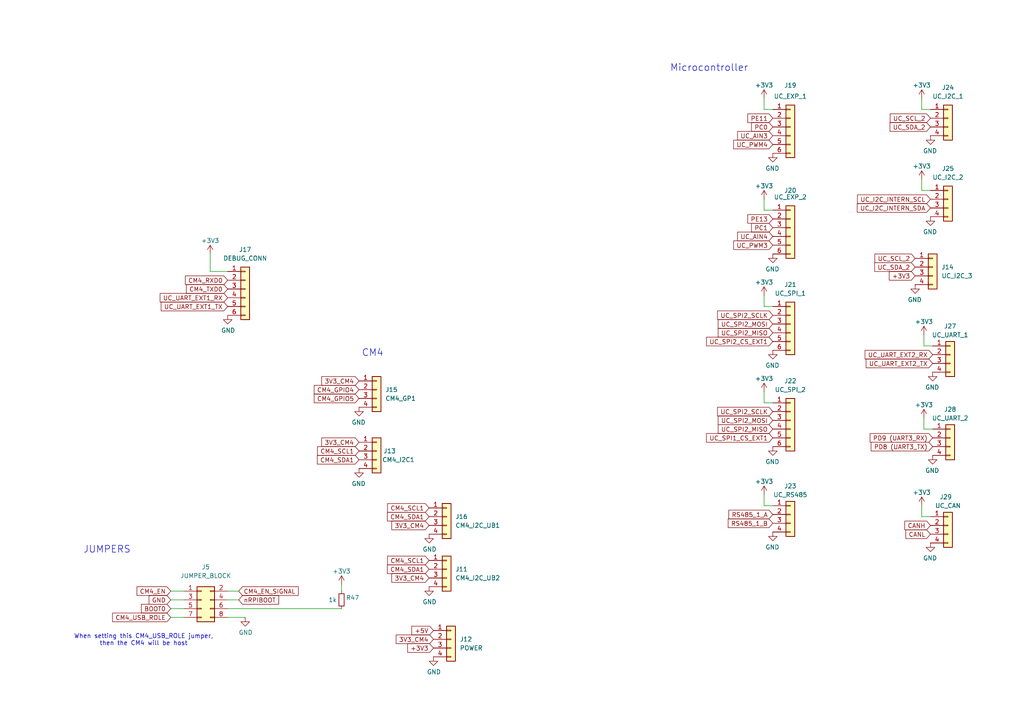
<source format=kicad_sch>
(kicad_sch (version 20231120) (generator "eeschema") (generator_version "8.0")
  (paper "A4")
  (lib_symbols
    (symbol "Conn_01x04_1" (pin_names (offset 1.016) hide)
      (property "Reference" "J16" (at 0 8.255 0))
      (property "Value" "UC_UART_2" (at 0 5.715 0))
      (symbol "Conn_01x04_1_1_1"
        (rectangle (start -1.27 -4.953) (end 0 -5.207) (stroke (width 0.1524)))
        (rectangle (start -1.27 -2.413) (end 0 -2.667) (stroke (width 0.1524)))
        (rectangle (start -1.27 0.127) (end 0 -0.127) (stroke (width 0.1524)))
        (rectangle (start -1.27 2.667) (end 0 2.413) (stroke (width 0.1524)))
        (rectangle (start -1.27 3.81) (end 1.27 -6.35) (stroke (width 0.254)) (fill (type background)))
        (pin passive line (at -5.08 2.54 0) (length 3.81) (name "Pin_1") (number "1"))
        (pin passive line (at -5.08 0 0) (length 3.81) (name "Pin_2") (number "2"))
        (pin passive line (at -5.08 -2.54 0) (length 3.81) (name "Pin_3") (number "3"))
        (pin passive line (at -5.08 -5.08 0) (length 3.81) (name "Pin_4") (number "4"))
      )
    )
    (symbol "Connector_Generic:Conn_01x04" (pin_names (offset 1.016) hide)
      (property "Reference" "J" (at 0 5.08 0))
      (property "Value" "Conn_01x04" (at 0 -7.62 0))
      (symbol "Conn_01x04_1_1"
        (rectangle (start -1.27 -4.953) (end 0 -5.207) (stroke (width 0.1524)))
        (rectangle (start -1.27 -2.413) (end 0 -2.667) (stroke (width 0.1524)))
        (rectangle (start -1.27 0.127) (end 0 -0.127) (stroke (width 0.1524)))
        (rectangle (start -1.27 2.667) (end 0 2.413) (stroke (width 0.1524)))
        (rectangle (start -1.27 3.81) (end 1.27 -6.35) (stroke (width 0.254)) (fill (type background)))
        (pin passive line (at -5.08 2.54 0) (length 3.81) (name "Pin_1") (number "1"))
        (pin passive line (at -5.08 0 0) (length 3.81) (name "Pin_2") (number "2"))
        (pin passive line (at -5.08 -2.54 0) (length 3.81) (name "Pin_3") (number "3"))
        (pin passive line (at -5.08 -5.08 0) (length 3.81) (name "Pin_4") (number "4"))
      )
    )
    (symbol "Connector_Generic:Conn_01x06" (pin_names (offset 1.016) hide)
      (property "Reference" "J" (at 0 7.62 0))
      (property "Value" "Conn_01x06" (at 0 -10.16 0))
      (symbol "Conn_01x06_1_1"
        (rectangle (start -1.27 -7.493) (end 0 -7.747) (stroke (width 0.1524)))
        (rectangle (start -1.27 -4.953) (end 0 -5.207) (stroke (width 0.1524)))
        (rectangle (start -1.27 -2.413) (end 0 -2.667) (stroke (width 0.1524)))
        (rectangle (start -1.27 0.127) (end 0 -0.127) (stroke (width 0.1524)))
        (rectangle (start -1.27 2.667) (end 0 2.413) (stroke (width 0.1524)))
        (rectangle (start -1.27 5.207) (end 0 4.953) (stroke (width 0.1524)))
        (rectangle (start -1.27 6.35) (end 1.27 -8.89) (stroke (width 0.254)) (fill (type background)))
        (pin passive line (at -5.08 5.08 0) (length 3.81) (name "Pin_1") (number "1"))
        (pin passive line (at -5.08 2.54 0) (length 3.81) (name "Pin_2") (number "2"))
        (pin passive line (at -5.08 0 0) (length 3.81) (name "Pin_3") (number "3"))
        (pin passive line (at -5.08 -2.54 0) (length 3.81) (name "Pin_4") (number "4"))
        (pin passive line (at -5.08 -5.08 0) (length 3.81) (name "Pin_5") (number "5"))
        (pin passive line (at -5.08 -7.62 0) (length 3.81) (name "Pin_6") (number "6"))
      )
    )
    (symbol "Connector_Generic:Conn_02x04_Odd_Even" (pin_names (offset 1.016) hide)
      (property "Reference" "J" (at 1.27 5.08 0))
      (property "Value" "Conn_02x04_Odd_Even" (at 1.27 -7.62 0))
      (symbol "Conn_02x04_Odd_Even_1_1"
        (rectangle (start -1.27 -4.953) (end 0 -5.207) (stroke (width 0.1524)))
        (rectangle (start -1.27 -2.413) (end 0 -2.667) (stroke (width 0.1524)))
        (rectangle (start -1.27 0.127) (end 0 -0.127) (stroke (width 0.1524)))
        (rectangle (start -1.27 2.667) (end 0 2.413) (stroke (width 0.1524)))
        (rectangle (start -1.27 3.81) (end 3.81 -6.35) (stroke (width 0.254)) (fill (type background)))
        (rectangle (start 3.81 -4.953) (end 2.54 -5.207) (stroke (width 0.1524)))
        (rectangle (start 3.81 -2.413) (end 2.54 -2.667) (stroke (width 0.1524)))
        (rectangle (start 3.81 0.127) (end 2.54 -0.127) (stroke (width 0.1524)))
        (rectangle (start 3.81 2.667) (end 2.54 2.413) (stroke (width 0.1524)))
        (pin passive line (at -5.08 2.54 0) (length 3.81) (name "Pin_1") (number "1"))
        (pin passive line (at 7.62 2.54 180) (length 3.81) (name "Pin_2") (number "2"))
        (pin passive line (at -5.08 0 0) (length 3.81) (name "Pin_3") (number "3"))
        (pin passive line (at 7.62 0 180) (length 3.81) (name "Pin_4") (number "4"))
        (pin passive line (at -5.08 -2.54 0) (length 3.81) (name "Pin_5") (number "5"))
        (pin passive line (at 7.62 -2.54 180) (length 3.81) (name "Pin_6") (number "6"))
        (pin passive line (at -5.08 -5.08 0) (length 3.81) (name "Pin_7") (number "7"))
        (pin passive line (at 7.62 -5.08 180) (length 3.81) (name "Pin_8") (number "8"))
      )
    )
    (symbol "Device:R_Small" (pin_numbers hide) (pin_names (offset 0.254) hide)
      (property "Reference" "R" (at 0.762 0.508 0))
      (property "Value" "R_Small" (at 0.762 -1.016 0))
      (symbol "R_Small_0_1"
        (rectangle (start -0.762 1.778) (end 0.762 -1.778) (stroke (width 0.2032)))
      )
      (symbol "R_Small_1_1"
        (pin passive line (at 0 2.54 270) (length 0.762) (name "~") (number "1"))
        (pin passive line (at 0 -2.54 90) (length 0.762) (name "~") (number "2"))
      )
    )
    (symbol "power:+3V3" (power) (pin_names (offset 0))
      (property "Value" "+3V3" (at 0 3.556 0))
      (symbol "+3V3_0_1"
        (polyline (pts (xy -0.762 1.27) (xy 0 2.54)))
        (polyline (pts (xy 0 0) (xy 0 2.54)))
        (polyline (pts (xy 0 2.54) (xy 0.762 1.27)))
      )
      (symbol "+3V3_1_1"
        (pin power_in line (at 0 0 90) (length 0) hide (name "+3V3") (number "1"))
      )
    )
    (symbol "power:GND" (power) (pin_names (offset 0))
      (property "Value" "GND" (at 0 -3.81 0))
      (symbol "GND_0_1"
        (polyline (pts (xy 0 0) (xy 0 -1.27) (xy 1.27 -1.27) (xy 0 -2.54) (xy -1.27 -1.27) (xy 0 -1.27)))
      )
      (symbol "GND_1_1"
        (pin power_in line (at 0 0 270) (length 0) hide (name "GND") (number "1"))
      )
    )
  )
  (wire (pts (xy 267.97 97.155) (xy 267.97 100.33)))
  (wire (pts (xy 221.615 57.785) (xy 221.615 60.96)))
  (wire (pts (xy 267.335 55.245) (xy 269.875 55.245)))
  (wire (pts (xy 267.335 31.75) (xy 269.875 31.75)))
  (wire (pts (xy 221.615 60.96) (xy 224.155 60.96)))
  (wire (pts (xy 221.615 116.84) (xy 224.155 116.84)))
  (wire (pts (xy 221.615 113.665) (xy 221.615 116.84)))
  (wire (pts (xy 221.615 85.725) (xy 221.615 88.9)))
  (wire (pts (xy 221.615 143.51) (xy 221.615 146.685)))
  (wire (pts (xy 66.04 179.07) (xy 71.12 179.07)))
  (wire (pts (xy 66.04 171.45) (xy 69.215 171.45)))
  (wire (pts (xy 267.335 28.575) (xy 267.335 31.75)))
  (wire (pts (xy 49.53 173.99) (xy 53.34 173.99)))
  (wire (pts (xy 49.53 176.53) (xy 53.34 176.53)))
  (wire (pts (xy 267.97 124.46) (xy 270.51 124.46)))
  (wire (pts (xy 221.615 146.685) (xy 224.155 146.685)))
  (wire (pts (xy 221.615 31.75) (xy 224.155 31.75)))
  (wire (pts (xy 221.615 88.9) (xy 224.155 88.9)))
  (wire (pts (xy 267.335 52.07) (xy 267.335 55.245)))
  (wire (pts (xy 60.96 78.74) (xy 66.04 78.74)))
  (wire (pts (xy 49.53 171.45) (xy 53.34 171.45)))
  (wire (pts (xy 66.04 176.53) (xy 99.06 176.53)))
  (wire (pts (xy 69.215 173.99) (xy 66.04 173.99)))
  (wire (pts (xy 267.97 121.285) (xy 267.97 124.46)))
  (wire (pts (xy 99.06 171.45) (xy 99.06 169.545)))
  (wire (pts (xy 267.335 149.86) (xy 269.875 149.86)))
  (wire (pts (xy 221.615 28.575) (xy 221.615 31.75)))
  (wire (pts (xy 267.335 146.685) (xy 267.335 149.86)))
  (wire (pts (xy 60.96 73.66) (xy 60.96 78.74)))
  (wire (pts (xy 267.97 100.33) (xy 270.51 100.33)))
  (wire (pts (xy 49.53 179.07) (xy 53.34 179.07)))
  (text "When setting this CM4_USB_ROLE jumper,\nthen the CM4 will be host" (at 41.656 185.674 0) (effects (font (size 1.27 1.27))))
  (text "JUMPERS" (at 24.13 160.655 0) (effects (font (size 2 2)) (justify left bottom)))
  (text "CM4" (at 104.902 103.632 0) (effects (font (size 2 2)) (justify left bottom)))
  (text "Microcontroller" (at 194.31 20.955 0) (effects (font (size 2 2)) (justify left bottom)))
  (global_label "CM4_SDA1" (shape input) (at 124.46 165.1 180) (property "Intersheetrefs" "${INTERSHEET_REFS}" (effects (hide yes))))
  (global_label "GND" (shape input) (at 49.53 173.99 180) (property "Intersheetrefs" "${INTERSHEET_REFS}" (effects (hide yes))))
  (global_label "3V3_CM4" (shape input) (at 125.73 185.42 180) (property "Intersheetrefs" "${INTERSHEET_REFS}" (effects (hide yes))))
  (global_label "CM4_TXD0" (shape input) (at 66.04 83.82 180) (property "Intersheetrefs" "${INTERSHEET_REFS}" (effects (hide yes))))
  (global_label "+3V3" (shape input) (at 265.43 80.01 180) (property "Intersheetrefs" "${INTERSHEET_REFS}" (effects (hide yes))))
  (global_label "PE13" (shape input) (at 224.155 63.5 180) (property "Intersheetrefs" "${INTERSHEET_REFS}" (effects (hide yes))))
  (global_label "3V3_CM4" (shape input) (at 104.14 110.49 180) (property "Intersheetrefs" "${INTERSHEET_REFS}" (effects (hide yes))))
  (global_label "+3V3" (shape input) (at 125.73 187.96 180) (property "Intersheetrefs" "${INTERSHEET_REFS}" (effects (hide yes))))
  (global_label "UC_PWM3" (shape input) (at 224.155 71.12 180) (property "Intersheetrefs" "${INTERSHEET_REFS}" (effects (hide yes))))
  (global_label "UC_SPI2_CS_EXT1" (shape input) (at 224.155 99.06 180) (property "Intersheetrefs" "${INTERSHEET_REFS}" (effects (hide yes))))
  (global_label "UC_I2C_INTERN_SDA" (shape input) (at 269.875 60.325 180) (property "Intersheetrefs" "${INTERSHEET_REFS}" (effects (hide yes))))
  (global_label "PE11" (shape input) (at 224.155 34.29 180) (property "Intersheetrefs" "${INTERSHEET_REFS}" (effects (hide yes))))
  (global_label "CM4_GPIO4" (shape input) (at 104.14 113.03 180) (property "Intersheetrefs" "${INTERSHEET_REFS}" (effects (hide yes))))
  (global_label "UC_UART_EXT2_RX" (shape input) (at 270.51 102.87 180) (property "Intersheetrefs" "${INTERSHEET_REFS}" (effects (hide yes))))
  (global_label "UC_UART_EXT2_TX" (shape input) (at 270.51 105.41 180) (property "Intersheetrefs" "${INTERSHEET_REFS}" (effects (hide yes))))
  (global_label "CM4_USB_ROLE" (shape input) (at 49.53 179.07 180) (property "Intersheetrefs" "${INTERSHEET_REFS}" (effects (hide yes))))
  (global_label "UC_SPI2_MISO" (shape input) (at 224.155 124.46 180) (property "Intersheetrefs" "${INTERSHEET_REFS}" (effects (hide yes))))
  (global_label "UC_SDA_2" (shape input) (at 265.43 77.47 180) (property "Intersheetrefs" "${INTERSHEET_REFS}" (effects (hide yes))))
  (global_label "PD8 (UART3_TX)" (shape input) (at 270.51 129.54 180) (property "Intersheetrefs" "${INTERSHEET_REFS}" (effects (hide yes))))
  (global_label "UC_SPI2_MOSI" (shape input) (at 224.155 93.98 180) (property "Intersheetrefs" "${INTERSHEET_REFS}" (effects (hide yes))))
  (global_label "CANL" (shape input) (at 269.875 154.94 180) (property "Intersheetrefs" "${INTERSHEET_REFS}" (effects (hide yes))))
  (global_label "UC_SPI2_SCLK" (shape input) (at 224.155 91.44 180) (property "Intersheetrefs" "${INTERSHEET_REFS}" (effects (hide yes))))
  (global_label "nRPIBOOT" (shape input) (at 69.215 173.99 0) (property "Intersheetrefs" "${INTERSHEET_REFS}" (effects (hide yes))))
  (global_label "CM4_GPIO5" (shape input) (at 104.14 115.57 180) (property "Intersheetrefs" "${INTERSHEET_REFS}" (effects (hide yes))))
  (global_label "CM4_SDA1" (shape input) (at 124.46 149.86 180) (property "Intersheetrefs" "${INTERSHEET_REFS}" (effects (hide yes))))
  (global_label "PD9 (UART3_RX)" (shape input) (at 270.51 127 180) (property "Intersheetrefs" "${INTERSHEET_REFS}" (effects (hide yes))))
  (global_label "CM4_RXD0" (shape input) (at 66.04 81.28 180) (property "Intersheetrefs" "${INTERSHEET_REFS}" (effects (hide yes))))
  (global_label "UC_AIN3" (shape input) (at 224.155 39.37 180) (property "Intersheetrefs" "${INTERSHEET_REFS}" (effects (hide yes))))
  (global_label "CM4_SDA1" (shape input) (at 104.14 133.35 180) (property "Intersheetrefs" "${INTERSHEET_REFS}" (effects (hide yes))))
  (global_label "UC_I2C_INTERN_SCL" (shape input) (at 269.875 57.785 180) (property "Intersheetrefs" "${INTERSHEET_REFS}" (effects (hide yes))))
  (global_label "PC1" (shape input) (at 224.155 66.04 180) (property "Intersheetrefs" "${INTERSHEET_REFS}" (effects (hide yes))))
  (global_label "3V3_CM4" (shape input) (at 124.46 152.4 180) (property "Intersheetrefs" "${INTERSHEET_REFS}" (effects (hide yes))))
  (global_label "UC_SPI1_CS_EXT1" (shape input) (at 224.155 127 180) (property "Intersheetrefs" "${INTERSHEET_REFS}" (effects (hide yes))))
  (global_label "CM4_EN_SIGNAL" (shape input) (at 69.215 171.45 0) (property "Intersheetrefs" "${INTERSHEET_REFS}" (effects (hide yes))))
  (global_label "UC_SPI2_MISO" (shape input) (at 224.155 96.52 180) (property "Intersheetrefs" "${INTERSHEET_REFS}" (effects (hide yes))))
  (global_label "CM4_SCL1" (shape input) (at 124.46 147.32 180) (property "Intersheetrefs" "${INTERSHEET_REFS}" (effects (hide yes))))
  (global_label "CANH" (shape input) (at 269.875 152.4 180) (property "Intersheetrefs" "${INTERSHEET_REFS}" (effects (hide yes))))
  (global_label "UC_SPI2_MOSI" (shape input) (at 224.155 121.92 180) (property "Intersheetrefs" "${INTERSHEET_REFS}" (effects (hide yes))))
  (global_label "CM4_SCL1" (shape input) (at 104.14 130.81 180) (property "Intersheetrefs" "${INTERSHEET_REFS}" (effects (hide yes))))
  (global_label "3V3_CM4" (shape input) (at 104.14 128.27 180) (property "Intersheetrefs" "${INTERSHEET_REFS}" (effects (hide yes))))
  (global_label "PC0" (shape input) (at 224.155 36.83 180) (property "Intersheetrefs" "${INTERSHEET_REFS}" (effects (hide yes))))
  (global_label "UC_SDA_2" (shape input) (at 269.875 36.83 180) (property "Intersheetrefs" "${INTERSHEET_REFS}" (effects (hide yes))))
  (global_label "BOOT0" (shape input) (at 49.53 176.53 180) (property "Intersheetrefs" "${INTERSHEET_REFS}" (effects (hide yes))))
  (global_label "UC_SCL_2" (shape input) (at 265.43 74.93 180) (property "Intersheetrefs" "${INTERSHEET_REFS}" (effects (hide yes))))
  (global_label "+5V" (shape input) (at 125.73 182.88 180) (property "Intersheetrefs" "${INTERSHEET_REFS}" (effects (hide yes))))
  (global_label "UC_AIN4" (shape input) (at 224.155 68.58 180) (property "Intersheetrefs" "${INTERSHEET_REFS}" (effects (hide yes))))
  (global_label "RS485_1_A" (shape input) (at 224.155 149.225 180) (property "Intersheetrefs" "${INTERSHEET_REFS}" (effects (hide yes))))
  (global_label "RS485_1_B" (shape input) (at 224.155 151.765 180) (property "Intersheetrefs" "${INTERSHEET_REFS}" (effects (hide yes))))
  (global_label "UC_PWM4" (shape input) (at 224.155 41.91 180) (property "Intersheetrefs" "${INTERSHEET_REFS}" (effects (hide yes))))
  (global_label "UC_SPI2_SCLK" (shape input) (at 224.155 119.38 180) (property "Intersheetrefs" "${INTERSHEET_REFS}" (effects (hide yes))))
  (global_label "3V3_CM4" (shape input) (at 124.46 167.64 180) (property "Intersheetrefs" "${INTERSHEET_REFS}" (effects (hide yes))))
  (global_label "CM4_EN" (shape input) (at 49.53 171.45 180) (property "Intersheetrefs" "${INTERSHEET_REFS}" (effects (hide yes))))
  (global_label "UC_SCL_2" (shape input) (at 269.875 34.29 180) (property "Intersheetrefs" "${INTERSHEET_REFS}" (effects (hide yes))))
  (global_label "UC_UART_EXT1_RX" (shape input) (at 66.04 86.36 180) (property "Intersheetrefs" "${INTERSHEET_REFS}" (effects (hide yes))))
  (global_label "CM4_SCL1" (shape input) (at 124.46 162.56 180) (property "Intersheetrefs" "${INTERSHEET_REFS}" (effects (hide yes))))
  (global_label "UC_UART_EXT1_TX" (shape input) (at 66.04 88.9 180) (property "Intersheetrefs" "${INTERSHEET_REFS}" (effects (hide yes))))
  (symbol (lib_id "Connector_Generic:Conn_01x04") (at 109.22 130.81 0) (unit 1)
    (property "Reference" "J13" (at 113.03 130.81 0))
    (property "Value" "CM4_I2C1" (at 115.57 133.35 0))
    (property "Footprint" "Connector_JST:JST_GH_BM04B-GHS-TBT_1x04-1MP_P1.25mm_Vertical" (effects (hide yes)))
  )
  (symbol (lib_id "power:+3V3") (at 267.97 97.155 0) (unit 1)
    (property "Reference" "#PWR0111" (effects (hide yes)))
    (property "Value" "+3V3" (at 267.9729 93.3056 0))
  )
  (symbol (lib_id "power:GND") (at 265.43 82.55 0) (mirror y) (unit 1)
    (property "Reference" "#PWR076" (effects (hide yes)))
    (property "Value" "GND" (at 265.303 86.9442 0))
  )
  (symbol (lib_name "Conn_01x04_1") (lib_id "Connector_Generic:Conn_01x04") (at 275.59 127 0) (unit 1)
    (property "Reference" "J28" (at 275.59 118.745 0))
    (property "Value" "UC_UART_2" (at 275.59 121.285 0))
    (property "Footprint" "Connector_JST:JST_GH_BM04B-GHS-TBT_1x04-1MP_P1.25mm_Vertical" (effects (hide yes)))
  )
  (symbol (lib_id "power:GND") (at 269.875 39.37 0) (mirror y) (unit 1)
    (property "Reference" "#PWR0114" (effects (hide yes)))
    (property "Value" "GND" (at 269.748 43.7642 0))
  )
  (symbol (lib_id "power:GND") (at 270.51 107.95 0) (mirror y) (unit 1)
    (property "Reference" "#PWR0117" (effects (hide yes)))
    (property "Value" "GND" (at 270.383 112.3442 0))
  )
  (symbol (lib_id "power:GND") (at 224.155 129.54 0) (mirror y) (unit 1)
    (property "Reference" "#PWR0106" (effects (hide yes)))
    (property "Value" "GND" (at 224.028 133.9342 0))
  )
  (symbol (lib_id "Connector_Generic:Conn_01x04") (at 274.955 152.4 0) (unit 1)
    (property "Reference" "J29" (at 274.32 144.145 0))
    (property "Value" "UC_CAN" (at 274.955 146.685 0))
    (property "Footprint" "Connector_JST:JST_GH_BM04B-GHS-TBT_1x04-1MP_P1.25mm_Vertical" (effects (hide yes)))
  )
  (symbol (lib_id "power:GND") (at 269.875 157.48 0) (mirror y) (unit 1)
    (property "Reference" "#PWR0119" (effects (hide yes)))
    (property "Value" "GND" (at 269.748 161.8742 0))
  )
  (symbol (lib_id "power:GND") (at 224.155 101.6 0) (mirror y) (unit 1)
    (property "Reference" "#PWR0105" (effects (hide yes)))
    (property "Value" "GND" (at 224.028 105.9942 0))
  )
  (symbol (lib_id "Device:R_Small") (at 99.06 173.99 0) (unit 1)
    (property "Reference" "R47" (at 100.33 173.355 0) (effects (justify left)))
    (property "Value" "1k" (at 95.25 173.99 0) (effects (justify left)))
    (property "Footprint" "Resistor_SMD:R_0603_1608Metric" (effects (hide yes)))
  )
  (symbol (lib_id "Connector_Generic:Conn_01x06") (at 229.235 121.92 0) (unit 1)
    (property "Reference" "J22" (at 229.235 110.49 0))
    (property "Value" "UC_SPI_2" (at 229.235 113.03 0))
    (property "Footprint" "Connector_JST:JST_GH_BM06B-GHS-TBT_1x06-1MP_P1.25mm_Vertical" (effects (hide yes)))
  )
  (symbol (lib_id "Connector_Generic:Conn_01x04") (at 275.59 102.87 0) (unit 1)
    (property "Reference" "J27" (at 275.59 94.615 0))
    (property "Value" "UC_UART_1" (at 275.59 97.155 0))
    (property "Footprint" "Connector_JST:JST_GH_BM04B-GHS-TBT_1x04-1MP_P1.25mm_Vertical" (effects (hide yes)))
  )
  (symbol (lib_id "Connector_Generic:Conn_01x04") (at 129.54 165.1 0) (unit 1)
    (property "Reference" "J11" (at 132.08 165.0999 0) (effects (justify left)))
    (property "Value" "CM4_I2C_UB2" (at 132.08 167.6399 0) (effects (justify left)))
    (property "Footprint" "downloaded_parts:JST_SH_SM04B-SRSS-TB_1x04-1MP_P1.00mm_Horizontal" (effects (hide yes)))
  )
  (symbol (lib_id "Connector_Generic:Conn_01x04") (at 274.955 34.29 0) (unit 1)
    (property "Reference" "J24" (at 274.955 25.4 0))
    (property "Value" "UC_I2C_1" (at 274.955 27.94 0))
    (property "Footprint" "Connector_JST:JST_GH_BM04B-GHS-TBT_1x04-1MP_P1.25mm_Vertical" (effects (hide yes)))
  )
  (symbol (lib_id "power:+3V3") (at 267.97 121.285 0) (unit 1)
    (property "Reference" "#PWR0112" (effects (hide yes)))
    (property "Value" "+3V3" (at 267.9729 117.4356 0))
  )
  (symbol (lib_id "power:GND") (at 104.14 135.89 0) (mirror y) (unit 1)
    (property "Reference" "#PWR089" (effects (hide yes)))
    (property "Value" "GND" (at 104.013 140.2842 0))
  )
  (symbol (lib_id "Connector_Generic:Conn_01x06") (at 229.235 36.83 0) (unit 1)
    (property "Reference" "J19" (at 229.235 24.765 0))
    (property "Value" "UC_EXP_1" (at 229.235 27.94 0))
    (property "Footprint" "Connector_JST:JST_GH_BM06B-GHS-TBT_1x06-1MP_P1.25mm_Vertical" (effects (hide yes)))
  )
  (symbol (lib_id "power:+3V3") (at 221.615 28.575 0) (unit 1)
    (property "Reference" "#PWR098" (effects (hide yes)))
    (property "Value" "+3V3" (at 221.6179 24.7256 0))
  )
  (symbol (lib_id "power:GND") (at 270.51 132.08 0) (mirror y) (unit 1)
    (property "Reference" "#PWR0118" (effects (hide yes)))
    (property "Value" "GND" (at 270.383 136.4742 0))
  )
  (symbol (lib_id "Connector_Generic:Conn_01x04") (at 229.235 149.225 0) (unit 1)
    (property "Reference" "J23" (at 229.235 140.97 0))
    (property "Value" "UC_RS485" (at 229.235 143.51 0))
    (property "Footprint" "Connector_JST:JST_GH_BM04B-GHS-TBT_1x04-1MP_P1.25mm_Vertical" (effects (hide yes)))
  )
  (symbol (lib_id "Connector_Generic:Conn_01x04") (at 129.54 149.86 0) (unit 1)
    (property "Reference" "J16" (at 132.08 149.8599 0) (effects (justify left)))
    (property "Value" "CM4_I2C_UB1" (at 132.08 152.3999 0) (effects (justify left)))
    (property "Footprint" "downloaded_parts:JST_SH_SM04B-SRSS-TB_1x04-1MP_P1.00mm_Horizontal" (effects (hide yes)))
  )
  (symbol (lib_id "power:GND") (at 224.155 73.66 0) (mirror y) (unit 1)
    (property "Reference" "#PWR0104" (effects (hide yes)))
    (property "Value" "GND" (at 224.028 78.0542 0))
  )
  (symbol (lib_id "power:+3V3") (at 221.615 57.785 0) (unit 1)
    (property "Reference" "#PWR099" (effects (hide yes)))
    (property "Value" "+3V3" (at 221.6179 53.9356 0))
  )
  (symbol (lib_id "Connector_Generic:Conn_02x04_Odd_Even") (at 58.42 173.99 0) (unit 1)
    (property "Reference" "J5" (at 59.69 164.465 0))
    (property "Value" "JUMPER_BLOCK" (at 59.69 167.005 0))
    (property "Footprint" "Connector_PinHeader_2.54mm:PinHeader_2x04_P2.54mm_Vertical" (effects (hide yes)))
  )
  (symbol (lib_id "power:GND") (at 125.73 190.5 0) (unit 1)
    (property "Reference" "#PWR075" (effects (hide yes)))
    (property "Value" "GND" (at 125.857 194.8942 0))
  )
  (symbol (lib_id "power:+3V3") (at 221.615 113.665 0) (unit 1)
    (property "Reference" "#PWR0101" (effects (hide yes)))
    (property "Value" "+3V3" (at 221.6179 109.8156 0))
  )
  (symbol (lib_id "power:GND") (at 124.46 170.18 0) (unit 1)
    (property "Reference" "#PWR074" (effects (hide yes)))
    (property "Value" "GND" (at 124.587 174.5742 0))
  )
  (symbol (lib_id "Connector_Generic:Conn_01x06") (at 229.235 66.04 0) (unit 1)
    (property "Reference" "J20" (at 229.235 55.245 0))
    (property "Value" "UC_EXP_2" (at 229.235 57.15 0))
    (property "Footprint" "Connector_JST:JST_GH_BM06B-GHS-TBT_1x06-1MP_P1.25mm_Vertical" (effects (hide yes)))
  )
  (symbol (lib_id "power:GND") (at 104.14 118.11 0) (mirror y) (unit 1)
    (property "Reference" "#PWR092" (effects (hide yes)))
    (property "Value" "GND" (at 104.013 122.5042 0))
  )
  (symbol (lib_id "Connector_Generic:Conn_01x04") (at 109.22 113.03 0) (unit 1)
    (property "Reference" "J15" (at 111.76 113.0299 0) (effects (justify left)))
    (property "Value" "CM4_GP1" (at 111.76 115.5699 0) (effects (justify left)))
    (property "Footprint" "Connector_JST:JST_GH_BM04B-GHS-TBT_1x04-1MP_P1.25mm_Vertical" (effects (hide yes)))
  )
  (symbol (lib_id "Connector_Generic:Conn_01x04") (at 270.51 77.47 0) (unit 1)
    (property "Reference" "J14" (at 273.05 77.4699 0) (effects (justify left)))
    (property "Value" "UC_I2C_3" (at 273.05 80.0099 0) (effects (justify left)))
    (property "Footprint" "downloaded_parts:JST_SH_SM04B-SRSS-TB_1x04-1MP_P1.00mm_Horizontal" (effects (hide yes)))
  )
  (symbol (lib_id "Connector_Generic:Conn_01x06") (at 229.235 93.98 0) (unit 1)
    (property "Reference" "J21" (at 229.235 82.55 0))
    (property "Value" "UC_SPI_1" (at 229.235 85.09 0))
    (property "Footprint" "Connector_JST:JST_GH_BM06B-GHS-TBT_1x06-1MP_P1.25mm_Vertical" (effects (hide yes)))
  )
  (symbol (lib_id "power:+3V3") (at 99.06 169.545 0) (unit 1)
    (property "Reference" "#PWR093" (effects (hide yes)))
    (property "Value" "+3V3" (at 99.0629 165.6956 0))
  )
  (symbol (lib_id "Connector_Generic:Conn_01x04") (at 274.955 57.785 0) (unit 1)
    (property "Reference" "J25" (at 274.955 48.895 0))
    (property "Value" "UC_I2C_2" (at 274.955 51.435 0))
    (property "Footprint" "Connector_JST:JST_GH_BM04B-GHS-TBT_1x04-1MP_P1.25mm_Vertical" (effects (hide yes)))
  )
  (symbol (lib_id "Connector_Generic:Conn_01x04") (at 130.81 185.42 0) (unit 1)
    (property "Reference" "J12" (at 133.35 185.4199 0) (effects (justify left)))
    (property "Value" "POWER" (at 133.35 187.9599 0) (effects (justify left)))
    (property "Footprint" "downloaded_parts:JST_SH_SM04B-SRSS-TB_1x04-1MP_P1.00mm_Horizontal" (effects (hide yes)))
  )
  (symbol (lib_id "power:+3V3") (at 267.335 52.07 0) (unit 1)
    (property "Reference" "#PWR0109" (effects (hide yes)))
    (property "Value" "+3V3" (at 267.3379 48.2206 0))
  )
  (symbol (lib_id "power:+3V3") (at 221.615 143.51 0) (unit 1)
    (property "Reference" "#PWR0102" (effects (hide yes)))
    (property "Value" "+3V3" (at 221.6179 139.6606 0))
  )
  (symbol (lib_id "power:GND") (at 124.46 154.94 0) (unit 1)
    (property "Reference" "#PWR094" (effects (hide yes)))
    (property "Value" "GND" (at 124.587 159.3342 0))
  )
  (symbol (lib_id "power:GND") (at 224.155 44.45 0) (mirror y) (unit 1)
    (property "Reference" "#PWR0103" (effects (hide yes)))
    (property "Value" "GND" (at 224.028 48.8442 0))
  )
  (symbol (lib_id "power:GND") (at 66.04 91.44 0) (unit 1)
    (property "Reference" "#PWR095" (effects (hide yes)))
    (property "Value" "GND" (at 66.167 95.8342 0))
  )
  (symbol (lib_id "power:+3V3") (at 267.335 28.575 0) (unit 1)
    (property "Reference" "#PWR0108" (effects (hide yes)))
    (property "Value" "+3V3" (at 267.3379 24.7256 0))
  )
  (symbol (lib_id "Connector_Generic:Conn_01x06") (at 71.12 83.82 0) (unit 1)
    (property "Reference" "J17" (at 71.12 72.39 0))
    (property "Value" "DEBUG_CONN" (at 71.12 74.93 0))
    (property "Footprint" "Connector_JST:JST_GH_BM06B-GHS-TBT_1x06-1MP_P1.25mm_Vertical" (effects (hide yes)))
  )
  (symbol (lib_id "power:GND") (at 269.875 62.865 0) (mirror y) (unit 1)
    (property "Reference" "#PWR0115" (effects (hide yes)))
    (property "Value" "GND" (at 269.748 67.2592 0))
  )
  (symbol (lib_id "power:+3V3") (at 267.335 146.685 0) (unit 1)
    (property "Reference" "#PWR0113" (effects (hide yes)))
    (property "Value" "+3V3" (at 267.3379 142.8356 0))
  )
  (symbol (lib_id "power:+3V3") (at 60.96 73.66 0) (unit 1)
    (property "Reference" "#PWR017" (effects (hide yes)))
    (property "Value" "+3V3" (at 60.9629 69.8106 0))
  )
  (symbol (lib_id "power:GND") (at 71.12 179.07 0) (unit 1)
    (property "Reference" "#PWR02" (effects (hide yes)))
    (property "Value" "GND" (at 71.247 183.4642 0))
  )
  (symbol (lib_id "power:GND") (at 224.155 154.305 0) (mirror y) (unit 1)
    (property "Reference" "#PWR0107" (effects (hide yes)))
    (property "Value" "GND" (at 224.028 158.6992 0))
  )
  (symbol (lib_id "power:+3V3") (at 221.615 85.725 0) (unit 1)
    (property "Reference" "#PWR0100" (effects (hide yes)))
    (property "Value" "+3V3" (at 221.6179 81.8756 0))
  )
)
</source>
